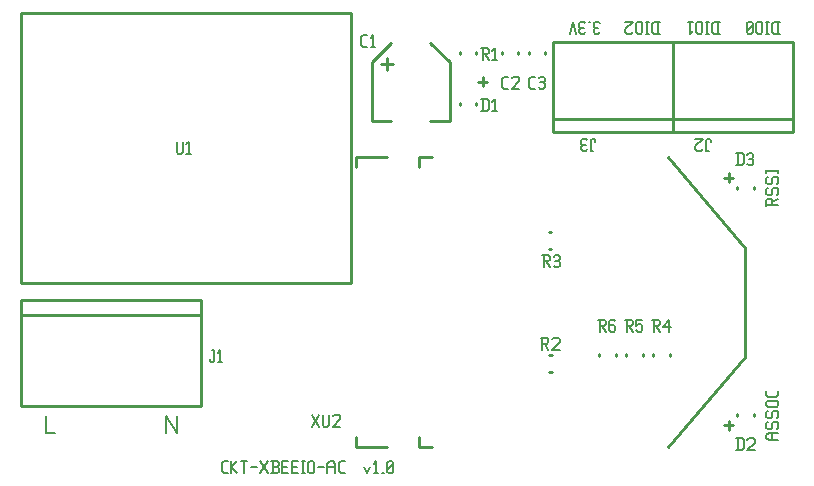
<source format=gbr>
G04 start of page 8 for group -4079 idx -4079 *
G04 Title: (unknown), topsilk *
G04 Creator: pcb 4.0.2 *
G04 CreationDate: Sat May 14 18:14:31 2022 UTC *
G04 For: railfan *
G04 Format: Gerber/RS-274X *
G04 PCB-Dimensions (mil): 2800.00 1800.00 *
G04 PCB-Coordinate-Origin: lower left *
%MOIN*%
%FSLAX25Y25*%
%LNTOPSILK*%
%ADD46C,0.0080*%
%ADD45C,0.0100*%
G54D45*X165500Y146000D02*Y143000D01*
X164000Y144500D02*X167000D01*
X247500Y31457D02*Y28457D01*
X246000Y29957D02*X249000D01*
X247500Y113957D02*Y110957D01*
X246000Y112457D02*X249000D01*
G54D46*X20000Y33060D02*Y27300D01*
X22880D01*
X204500Y161000D02*X204000Y160500D01*
X203000D02*X204000D01*
X203000D02*X202500Y161000D01*
X203000Y164500D02*X202500Y164000D01*
X203000Y164500D02*X204000D01*
X204500Y164000D02*X204000Y164500D01*
X203000Y162300D02*X204000D01*
X202500Y161800D02*Y161000D01*
Y164000D02*Y162800D01*
X203000Y162300D01*
X202500Y161800D02*X203000Y162300D01*
X200800Y164500D02*X201300D01*
X199600Y161000D02*X199100Y160500D01*
X198100D02*X199100D01*
X198100D02*X197600Y161000D01*
X198100Y164500D02*X197600Y164000D01*
X198100Y164500D02*X199100D01*
X199600Y164000D02*X199100Y164500D01*
X198100Y162300D02*X199100D01*
X197600Y161800D02*Y161000D01*
Y164000D02*Y162800D01*
X198100Y162300D01*
X197600Y161800D02*X198100Y162300D01*
X196400Y160500D02*X195400Y164500D01*
X194400Y160500D01*
X264000Y164500D02*Y160500D01*
X262700D02*X262000Y161200D01*
Y163800D02*Y161200D01*
X262700Y164500D02*X262000Y163800D01*
X262700Y164500D02*X264500D01*
X262700Y160500D02*X264500D01*
X259800D02*X260800D01*
X260300Y164500D02*Y160500D01*
X259800Y164500D02*X260800D01*
X258600Y164000D02*Y161000D01*
X258100Y160500D01*
X257100D02*X258100D01*
X257100D02*X256600Y161000D01*
Y164000D02*Y161000D01*
X257100Y164500D02*X256600Y164000D01*
X257100Y164500D02*X258100D01*
X258600Y164000D02*X258100Y164500D01*
X255400Y164000D02*X254900Y164500D01*
X255400Y164000D02*Y161000D01*
X254900Y160500D01*
X253900D02*X254900D01*
X253900D02*X253400Y161000D01*
Y164000D02*Y161000D01*
X253900Y164500D02*X253400Y164000D01*
X253900Y164500D02*X254900D01*
X255400Y163500D02*X253400Y161500D01*
X244000Y164500D02*Y160500D01*
X242700D02*X242000Y161200D01*
Y163800D02*Y161200D01*
X242700Y164500D02*X242000Y163800D01*
X242700Y164500D02*X244500D01*
X242700Y160500D02*X244500D01*
X239800D02*X240800D01*
X240300Y164500D02*Y160500D01*
X239800Y164500D02*X240800D01*
X238600Y164000D02*Y161000D01*
X238100Y160500D01*
X237100D02*X238100D01*
X237100D02*X236600Y161000D01*
Y164000D02*Y161000D01*
X237100Y164500D02*X236600Y164000D01*
X237100Y164500D02*X238100D01*
X238600Y164000D02*X238100Y164500D01*
X235400Y161300D02*X234600Y160500D01*
Y164500D02*Y160500D01*
X233900Y164500D02*X235400D01*
X224000D02*Y160500D01*
X222700D02*X222000Y161200D01*
Y163800D02*Y161200D01*
X222700Y164500D02*X222000Y163800D01*
X222700Y164500D02*X224500D01*
X222700Y160500D02*X224500D01*
X219800D02*X220800D01*
X220300Y164500D02*Y160500D01*
X219800Y164500D02*X220800D01*
X218600Y164000D02*Y161000D01*
X218100Y160500D01*
X217100D02*X218100D01*
X217100D02*X216600Y161000D01*
Y164000D02*Y161000D01*
X217100Y164500D02*X216600Y164000D01*
X217100Y164500D02*X218100D01*
X218600Y164000D02*X218100Y164500D01*
X215400Y161000D02*X214900Y160500D01*
X213400D02*X214900D01*
X213400D02*X212900Y161000D01*
Y162000D02*Y161000D01*
X215400Y164500D02*X212900Y162000D01*
Y164500D02*X215400D01*
X261000Y25000D02*X264000D01*
X261000D02*X260000Y25700D01*
Y26800D02*Y25700D01*
Y26800D02*X261000Y27500D01*
X264000D01*
X262000D02*Y25000D01*
X260000Y30700D02*X260500Y31200D01*
X260000Y30700D02*Y29200D01*
X260500Y28700D02*X260000Y29200D01*
X260500Y28700D02*X261500D01*
X262000Y29200D01*
Y30700D02*Y29200D01*
Y30700D02*X262500Y31200D01*
X263500D01*
X264000Y30700D02*X263500Y31200D01*
X264000Y30700D02*Y29200D01*
X263500Y28700D02*X264000Y29200D01*
X260000Y34400D02*X260500Y34900D01*
X260000Y34400D02*Y32900D01*
X260500Y32400D02*X260000Y32900D01*
X260500Y32400D02*X261500D01*
X262000Y32900D01*
Y34400D02*Y32900D01*
Y34400D02*X262500Y34900D01*
X263500D01*
X264000Y34400D02*X263500Y34900D01*
X264000Y34400D02*Y32900D01*
X263500Y32400D02*X264000Y32900D01*
X260500Y36100D02*X263500D01*
X260500D02*X260000Y36600D01*
Y37600D02*Y36600D01*
Y37600D02*X260500Y38100D01*
X263500D01*
X264000Y37600D02*X263500Y38100D01*
X264000Y37600D02*Y36600D01*
X263500Y36100D02*X264000Y36600D01*
Y41300D02*Y40000D01*
X263300Y39300D02*X264000Y40000D01*
X260700Y39300D02*X263300D01*
X260700D02*X260000Y40000D01*
Y41300D02*Y40000D01*
Y105000D02*Y103000D01*
Y105000D02*X260500Y105500D01*
X261500D01*
X262000Y105000D02*X261500Y105500D01*
X262000Y105000D02*Y103500D01*
X260000D02*X264000D01*
X262000Y104300D02*X264000Y105500D01*
X260000Y108700D02*X260500Y109200D01*
X260000Y108700D02*Y107200D01*
X260500Y106700D02*X260000Y107200D01*
X260500Y106700D02*X261500D01*
X262000Y107200D01*
Y108700D02*Y107200D01*
Y108700D02*X262500Y109200D01*
X263500D01*
X264000Y108700D02*X263500Y109200D01*
X264000Y108700D02*Y107200D01*
X263500Y106700D02*X264000Y107200D01*
X260000Y112400D02*X260500Y112900D01*
X260000Y112400D02*Y110900D01*
X260500Y110400D02*X260000Y110900D01*
X260500Y110400D02*X261500D01*
X262000Y110900D01*
Y112400D02*Y110900D01*
Y112400D02*X262500Y112900D01*
X263500D01*
X264000Y112400D02*X263500Y112900D01*
X264000Y112400D02*Y110900D01*
X263500Y110400D02*X264000Y110900D01*
X260000Y115100D02*Y114100D01*
Y114600D02*X264000D01*
Y115100D02*Y114100D01*
X60000Y33060D02*Y27300D01*
Y33060D02*X63600Y27300D01*
Y33060D02*Y27300D01*
X79200Y14000D02*X80500D01*
X78500Y14700D02*X79200Y14000D01*
X78500Y17300D02*Y14700D01*
Y17300D02*X79200Y18000D01*
X80500D01*
X81700D02*Y14000D01*
Y16000D02*X83700Y18000D01*
X81700Y16000D02*X83700Y14000D01*
X84900Y18000D02*X86900D01*
X85900D02*Y14000D01*
X88100Y16000D02*X90100D01*
X91300Y14000D02*X93800Y18000D01*
X91300D02*X93800Y14000D01*
X95000D02*X97000D01*
X97500Y14500D01*
Y15700D02*Y14500D01*
X97000Y16200D02*X97500Y15700D01*
X95500Y16200D02*X97000D01*
X95500Y18000D02*Y14000D01*
X95000Y18000D02*X97000D01*
X97500Y17500D01*
Y16700D01*
X97000Y16200D02*X97500Y16700D01*
X98700Y16200D02*X100200D01*
X98700Y14000D02*X100700D01*
X98700Y18000D02*Y14000D01*
Y18000D02*X100700D01*
X101900Y16200D02*X103400D01*
X101900Y14000D02*X103900D01*
X101900Y18000D02*Y14000D01*
Y18000D02*X103900D01*
X105100D02*X106100D01*
X105600D02*Y14000D01*
X105100D02*X106100D01*
X107300Y17500D02*Y14500D01*
Y17500D02*X107800Y18000D01*
X108800D01*
X109300Y17500D01*
Y14500D01*
X108800Y14000D02*X109300Y14500D01*
X107800Y14000D02*X108800D01*
X107300Y14500D02*X107800Y14000D01*
X110500Y16000D02*X112500D01*
X113700Y17000D02*Y14000D01*
Y17000D02*X114400Y18000D01*
X115500D01*
X116200Y17000D01*
Y14000D01*
X113700Y16000D02*X116200D01*
X118100Y14000D02*X119400D01*
X117400Y14700D02*X118100Y14000D01*
X117400Y17300D02*Y14700D01*
Y17300D02*X118100Y18000D01*
X119400D01*
X126000Y16000D02*X127000Y14000D01*
X128000Y16000D02*X127000Y14000D01*
X129200Y17200D02*X130000Y18000D01*
Y14000D01*
X129200D02*X130700D01*
X131900D02*X132400D01*
X133600Y14500D02*X134100Y14000D01*
X133600Y17500D02*Y14500D01*
Y17500D02*X134100Y18000D01*
X135100D01*
X135600Y17500D01*
Y14500D01*
X135100Y14000D02*X135600Y14500D01*
X134100Y14000D02*X135100D01*
X133600Y15000D02*X135600Y17000D01*
G54D45*X128508Y131508D02*X135004D01*
X147996D02*X154492D01*
Y150996D02*Y131508D01*
X128508Y150996D02*Y131508D01*
X154492Y150996D02*X147996Y157492D01*
X128508Y150996D02*X135004Y157492D01*
X131500Y150500D02*X135500D01*
X133500Y152500D02*Y148500D01*
X186255Y154393D02*Y153607D01*
X180745Y154393D02*Y153607D01*
X177255Y154393D02*Y153607D01*
X171745Y154393D02*Y153607D01*
X157745Y137393D02*Y136607D01*
X163255Y137393D02*Y136607D01*
X157745Y154393D02*Y153607D01*
X163255Y154393D02*Y153607D01*
X11500Y77500D02*X121500D01*
Y167500D01*
X11500D01*
Y77500D01*
Y36300D02*X71500D01*
X11500Y71700D02*X71500D01*
X11500Y66800D02*X71500D01*
X11500Y71700D02*Y36300D01*
X71500Y71700D02*Y36300D01*
X189000Y157800D02*X229000D01*
X189000Y127800D02*X229000D01*
X189000Y132200D02*X229000D01*
Y157800D02*Y127800D01*
X189000Y157800D02*Y127800D01*
X229000Y157800D02*X269000D01*
X229000Y127800D02*X269000D01*
X229000Y132200D02*X269000D01*
Y157800D02*Y127800D01*
X229000Y157800D02*Y127800D01*
X250245Y109393D02*Y108607D01*
X255755Y109393D02*Y108607D01*
X227755Y53893D02*Y53107D01*
X222245Y53893D02*Y53107D01*
X218755Y53893D02*Y53107D01*
X213245Y53893D02*Y53107D01*
X255712Y33893D02*Y33107D01*
X250202Y33893D02*Y33107D01*
X209755Y53893D02*Y53107D01*
X204245Y53893D02*Y53107D01*
X187564Y94255D02*X188350D01*
X187564Y88745D02*X188350D01*
X187607Y53255D02*X188393D01*
X187607Y47745D02*X188393D01*
X144150Y119307D02*X148500D01*
X144150Y22693D02*X148500D01*
X144150Y119307D02*Y116000D01*
Y26000D02*Y22693D01*
X227142Y119307D02*X252851Y89110D01*
X227142Y22693D02*X252851Y52890D01*
Y89110D02*Y52890D01*
X123150Y119307D02*Y116000D01*
Y119307D02*X133500D01*
X123150Y26000D02*Y22693D01*
X133500D01*
G54D46*X221936Y65150D02*X223936D01*
X224436Y64650D01*
Y63650D01*
X223936Y63150D02*X224436Y63650D01*
X222436Y63150D02*X223936D01*
X222436Y65150D02*Y61150D01*
X223236Y63150D02*X224436Y61150D01*
X225636Y62650D02*X227636Y65150D01*
X225636Y62650D02*X228136D01*
X227636Y65150D02*Y61150D01*
X250436Y25693D02*Y21693D01*
X251736Y25693D02*X252436Y24993D01*
Y22393D01*
X251736Y21693D02*X252436Y22393D01*
X249936Y21693D02*X251736D01*
X249936Y25693D02*X251736D01*
X253636Y25193D02*X254136Y25693D01*
X255636D01*
X256136Y25193D01*
Y24193D01*
X253636Y21693D02*X256136Y24193D01*
X253636Y21693D02*X256136D01*
X125700Y156000D02*X127000D01*
X125000Y156700D02*X125700Y156000D01*
X125000Y159300D02*Y156700D01*
Y159300D02*X125700Y160000D01*
X127000D01*
X128200Y159200D02*X129000Y160000D01*
Y156000D01*
X128200D02*X129700D01*
X63500Y124500D02*Y121000D01*
X64000Y120500D01*
X65000D01*
X65500Y121000D01*
Y124500D02*Y121000D01*
X66700Y123700D02*X67500Y124500D01*
Y120500D01*
X66700D02*X68200D01*
X181593Y142150D02*X182893D01*
X180893Y142850D02*X181593Y142150D01*
X180893Y145450D02*Y142850D01*
Y145450D02*X181593Y146150D01*
X182893D01*
X184093Y145650D02*X184593Y146150D01*
X185593D01*
X186093Y145650D01*
X185593Y142150D02*X186093Y142650D01*
X184593Y142150D02*X185593D01*
X184093Y142650D02*X184593Y142150D01*
Y144350D02*X185593D01*
X186093Y145650D02*Y144850D01*
Y143850D02*Y142650D01*
Y143850D02*X185593Y144350D01*
X186093Y144850D02*X185593Y144350D01*
X172593Y142107D02*X173893D01*
X171893Y142807D02*X172593Y142107D01*
X171893Y145407D02*Y142807D01*
Y145407D02*X172593Y146107D01*
X173893D01*
X175093Y145607D02*X175593Y146107D01*
X177093D01*
X177593Y145607D01*
Y144607D01*
X175093Y142107D02*X177593Y144607D01*
X175093Y142107D02*X177593D01*
X165436Y138650D02*Y134650D01*
X166736Y138650D02*X167436Y137950D01*
Y135350D01*
X166736Y134650D02*X167436Y135350D01*
X164936Y134650D02*X166736D01*
X164936Y138650D02*X166736D01*
X168636Y137850D02*X169436Y138650D01*
Y134650D01*
X168636D02*X170136D01*
X164936Y155650D02*X166936D01*
X167436Y155150D01*
Y154150D01*
X166936Y153650D02*X167436Y154150D01*
X165436Y153650D02*X166936D01*
X165436Y155650D02*Y151650D01*
X166236Y153650D02*X167436Y151650D01*
X168636Y154850D02*X169436Y155650D01*
Y151650D01*
X168636D02*X170136D01*
X201500Y121500D02*X202300D01*
X201500Y125000D02*Y121500D01*
X202000Y125500D02*X201500Y125000D01*
X202000Y125500D02*X202500D01*
X203000Y125000D02*X202500Y125500D01*
X203000Y125000D02*Y124500D01*
X200300Y122000D02*X199800Y121500D01*
X198800D02*X199800D01*
X198800D02*X198300Y122000D01*
X198800Y125500D02*X198300Y125000D01*
X198800Y125500D02*X199800D01*
X200300Y125000D02*X199800Y125500D01*
X198800Y123300D02*X199800D01*
X198300Y122800D02*Y122000D01*
Y125000D02*Y123800D01*
X198800Y123300D01*
X198300Y122800D02*X198800Y123300D01*
X240000Y121500D02*X240800D01*
X240000Y125000D02*Y121500D01*
X240500Y125500D02*X240000Y125000D01*
X240500Y125500D02*X241000D01*
X241500Y125000D02*X241000Y125500D01*
X241500Y125000D02*Y124500D01*
X238800Y122000D02*X238300Y121500D01*
X236800D02*X238300D01*
X236800D02*X236300Y122000D01*
Y123000D02*Y122000D01*
X238800Y125500D02*X236300Y123000D01*
Y125500D02*X238800D01*
X250436Y120650D02*Y116650D01*
X251736Y120650D02*X252436Y119950D01*
Y117350D01*
X251736Y116650D02*X252436Y117350D01*
X249936Y116650D02*X251736D01*
X249936Y120650D02*X251736D01*
X253636Y120150D02*X254136Y120650D01*
X255136D01*
X255636Y120150D01*
X255136Y116650D02*X255636Y117150D01*
X254136Y116650D02*X255136D01*
X253636Y117150D02*X254136Y116650D01*
Y118850D02*X255136D01*
X255636Y120150D02*Y119350D01*
Y118350D02*Y117150D01*
Y118350D02*X255136Y118850D01*
X255636Y119350D02*X255136Y118850D01*
X212936Y65150D02*X214936D01*
X215436Y64650D01*
Y63650D01*
X214936Y63150D02*X215436Y63650D01*
X213436Y63150D02*X214936D01*
X213436Y65150D02*Y61150D01*
X214236Y63150D02*X215436Y61150D01*
X216636Y65150D02*X218636D01*
X216636D02*Y63150D01*
X217136Y63650D01*
X218136D01*
X218636Y63150D01*
Y61650D01*
X218136Y61150D02*X218636Y61650D01*
X217136Y61150D02*X218136D01*
X216636Y61650D02*X217136Y61150D01*
X108500Y29500D02*X111000Y33500D01*
X108500D02*X111000Y29500D01*
X112200Y33500D02*Y30000D01*
X112700Y29500D01*
X113700D01*
X114200Y30000D01*
Y33500D02*Y30000D01*
X115400Y33000D02*X115900Y33500D01*
X117400D01*
X117900Y33000D01*
Y32000D01*
X115400Y29500D02*X117900Y32000D01*
X115400Y29500D02*X117900D01*
X75200Y55000D02*X76000D01*
Y51500D01*
X75500Y51000D02*X76000Y51500D01*
X75000Y51000D02*X75500D01*
X74500Y51500D02*X75000Y51000D01*
X74500Y52000D02*Y51500D01*
X77200Y54200D02*X78000Y55000D01*
Y51000D01*
X77200D02*X78700D01*
X203936Y65150D02*X205936D01*
X206436Y64650D01*
Y63650D01*
X205936Y63150D02*X206436Y63650D01*
X204436Y63150D02*X205936D01*
X204436Y65150D02*Y61150D01*
X205236Y63150D02*X206436Y61150D01*
X209136Y65150D02*X209636Y64650D01*
X208136Y65150D02*X209136D01*
X207636Y64650D02*X208136Y65150D01*
X207636Y64650D02*Y61650D01*
X208136Y61150D01*
X209136Y63350D02*X209636Y62850D01*
X207636Y63350D02*X209136D01*
X208136Y61150D02*X209136D01*
X209636Y61650D01*
Y62850D02*Y61650D01*
X185350Y86650D02*X187350D01*
X187850Y86150D01*
Y85150D01*
X187350Y84650D02*X187850Y85150D01*
X185850Y84650D02*X187350D01*
X185850Y86650D02*Y82650D01*
X186650Y84650D02*X187850Y82650D01*
X189050Y86150D02*X189550Y86650D01*
X190550D01*
X191050Y86150D01*
X190550Y82650D02*X191050Y83150D01*
X189550Y82650D02*X190550D01*
X189050Y83150D02*X189550Y82650D01*
Y84850D02*X190550D01*
X191050Y86150D02*Y85350D01*
Y84350D02*Y83150D01*
Y84350D02*X190550Y84850D01*
X191050Y85350D02*X190550Y84850D01*
X184850Y59150D02*X186850D01*
X187350Y58650D01*
Y57650D01*
X186850Y57150D02*X187350Y57650D01*
X185350Y57150D02*X186850D01*
X185350Y59150D02*Y55150D01*
X186150Y57150D02*X187350Y55150D01*
X188550Y58650D02*X189050Y59150D01*
X190550D01*
X191050Y58650D01*
Y57650D01*
X188550Y55150D02*X191050Y57650D01*
X188550Y55150D02*X191050D01*
M02*

</source>
